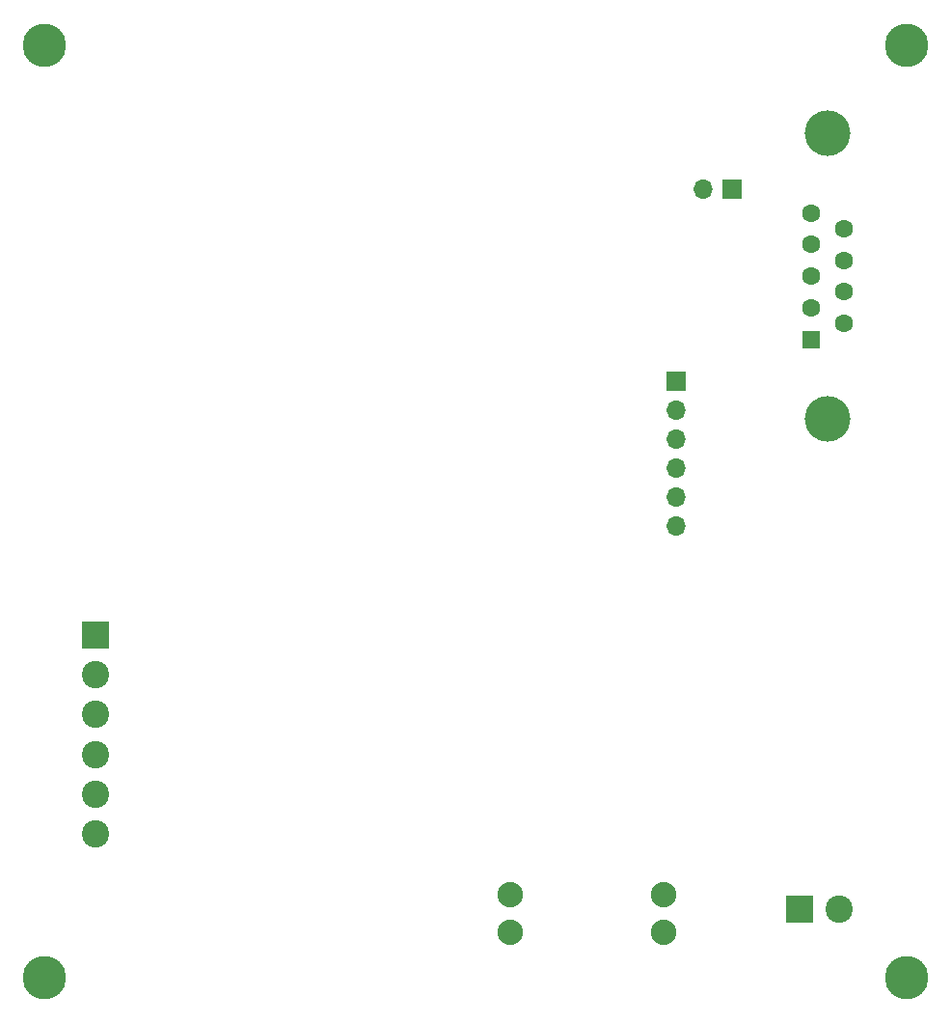
<source format=gbs>
G04 #@! TF.GenerationSoftware,KiCad,Pcbnew,(6.0.5)*
G04 #@! TF.CreationDate,2023-02-25T22:18:08-07:00*
G04 #@! TF.ProjectId,EVCU,45564355-2e6b-4696-9361-645f70636258,rev?*
G04 #@! TF.SameCoordinates,Original*
G04 #@! TF.FileFunction,Soldermask,Bot*
G04 #@! TF.FilePolarity,Negative*
%FSLAX46Y46*%
G04 Gerber Fmt 4.6, Leading zero omitted, Abs format (unit mm)*
G04 Created by KiCad (PCBNEW (6.0.5)) date 2023-02-25 22:18:08*
%MOMM*%
%LPD*%
G01*
G04 APERTURE LIST*
%ADD10C,3.800000*%
%ADD11R,2.400000X2.400000*%
%ADD12C,2.400000*%
%ADD13C,2.235200*%
%ADD14R,1.700000X1.700000*%
%ADD15O,1.700000X1.700000*%
%ADD16C,4.000000*%
%ADD17R,1.600000X1.600000*%
%ADD18C,1.600000*%
G04 APERTURE END LIST*
D10*
X83820000Y-45466000D03*
X159512000Y-45466000D03*
D11*
X150091200Y-121194600D03*
D12*
X153591200Y-121194600D03*
D13*
X138153808Y-123288256D03*
X138153808Y-119986256D03*
X124691808Y-123288256D03*
X124691808Y-119986256D03*
D14*
X144204531Y-58055200D03*
D15*
X141664531Y-58055200D03*
D14*
X139319000Y-74904600D03*
D15*
X139319000Y-77444600D03*
X139319000Y-79984600D03*
X139319000Y-82524600D03*
X139319000Y-85064600D03*
X139319000Y-87604600D03*
D10*
X159512000Y-127254000D03*
D11*
X88279200Y-97142600D03*
D12*
X88279200Y-100642600D03*
X88279200Y-104142600D03*
X88279200Y-107642600D03*
X88279200Y-111142600D03*
X88279200Y-114642600D03*
D16*
X152594869Y-78185200D03*
X152594869Y-53185200D03*
D17*
X151174869Y-71225200D03*
D18*
X151174869Y-68455200D03*
X151174869Y-65685200D03*
X151174869Y-62915200D03*
X151174869Y-60145200D03*
X154014869Y-69840200D03*
X154014869Y-67070200D03*
X154014869Y-64300200D03*
X154014869Y-61530200D03*
D10*
X83820000Y-127254000D03*
M02*

</source>
